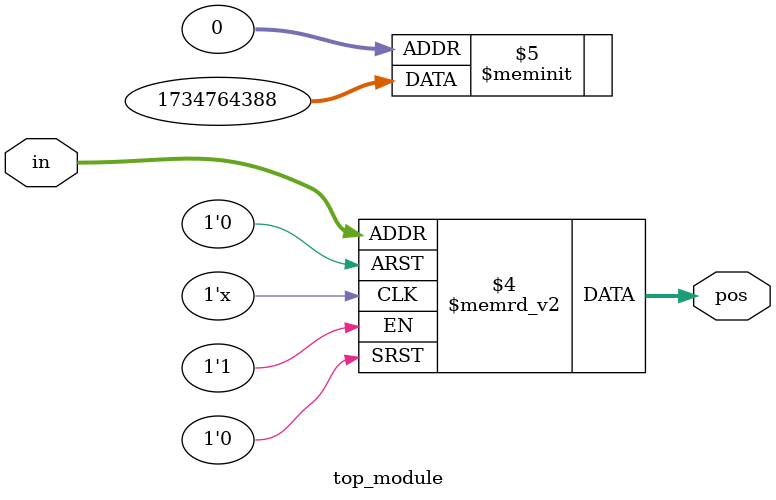
<source format=sv>
module top_module (
    input [3:0] in,
    output reg [1:0] pos
);

always @(*) begin
    case (in)
        4'b0000: pos = 2'b00;
        4'b0001: pos = 2'b01;
        4'b0010: pos = 2'b10;
        4'b0011: pos = 2'b01;
        4'b0100: pos = 2'b11;
        4'b0101: pos = 2'b01;
        4'b0110: pos = 2'b10;
        4'b0111: pos = 2'b01;
        4'b1000: pos = 2'b10;
        4'b1001: pos = 2'b01;
        4'b1010: pos = 2'b10;
        4'b1011: pos = 2'b01;
        4'b1100: pos = 2'b11;
        4'b1101: pos = 2'b01;
        4'b1110: pos = 2'b10;
        4'b1111: pos = 2'b01;
    endcase
end

endmodule

</source>
